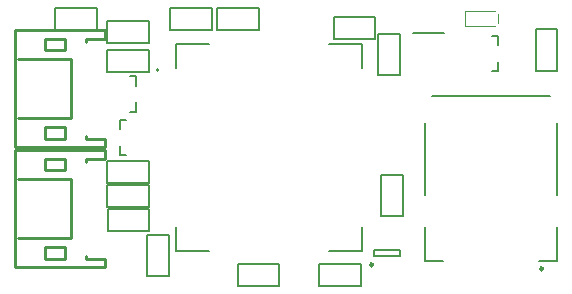
<source format=gbr>
G04*
G04 #@! TF.GenerationSoftware,Altium Limited,Altium Designer,23.0.1 (38)*
G04*
G04 Layer_Color=65535*
%FSLAX25Y25*%
%MOIN*%
G70*
G04*
G04 #@! TF.SameCoordinates,29F5B130-E819-45AE-A50E-1DD68B7551F0*
G04*
G04*
G04 #@! TF.FilePolarity,Positive*
G04*
G01*
G75*
%ADD10C,0.00787*%
%ADD11C,0.00945*%
%ADD12C,0.00984*%
%ADD13C,0.00500*%
%ADD14C,0.01000*%
%ADD15C,0.00394*%
D10*
X346189Y275402D02*
G03*
X346189Y275402I-394J0D01*
G01*
X434953Y233772D02*
Y257772D01*
X437315Y266831D02*
X476685D01*
X479047Y233772D02*
Y257772D01*
X434953Y211713D02*
Y223272D01*
Y211713D02*
X441000D01*
X473000D02*
X479047D01*
Y223272D01*
X333244Y247094D02*
X335213D01*
X333244D02*
Y250244D01*
Y258906D02*
X335213D01*
X333244Y255756D02*
Y258906D01*
X336787Y273406D02*
X338756D01*
Y270256D02*
Y273406D01*
X336787Y261595D02*
X338756D01*
Y264744D01*
X457287Y286906D02*
X459256D01*
Y283756D02*
Y286906D01*
X457287Y275095D02*
X459256D01*
Y278244D01*
X418169Y213516D02*
Y215484D01*
X426831Y213516D02*
Y215484D01*
X418169Y213516D02*
X426831D01*
X418169Y215484D02*
X426831D01*
D11*
X474272Y209173D02*
G03*
X474272Y209173I-472J0D01*
G01*
D12*
X417677Y210563D02*
G03*
X417677Y210563I-492J0D01*
G01*
D13*
X352095Y275992D02*
Y284260D01*
X363118D01*
X402882D02*
X413905D01*
Y275992D02*
Y284260D01*
X352095Y214968D02*
X363118D01*
X352095D02*
Y223236D01*
X402882Y214968D02*
X413905D01*
Y223236D01*
X419358Y273610D02*
X426642D01*
X419358Y287390D02*
X426642D01*
X419358Y273610D02*
Y287390D01*
X426642Y273610D02*
Y287390D01*
X342358Y206610D02*
X349642D01*
X342358Y220390D02*
X349642D01*
X342358Y206610D02*
Y220390D01*
X349642Y206610D02*
Y220390D01*
X399772Y210642D02*
X413551D01*
X399772Y203358D02*
X413551D01*
X399772D02*
Y210642D01*
X413551Y203358D02*
Y210642D01*
X329110Y274858D02*
X342890D01*
X329110Y282142D02*
X342890D01*
Y274858D02*
Y282142D01*
X329110Y274858D02*
Y282142D01*
Y284358D02*
Y291642D01*
X342890Y284358D02*
Y291642D01*
X329110D02*
X342890D01*
X329110Y284358D02*
X342890D01*
X372610Y203358D02*
Y210642D01*
X386390Y203358D02*
Y210642D01*
X372610D02*
X386390D01*
X372610Y203358D02*
X386390D01*
X404610Y293142D02*
X418390D01*
X404610Y285858D02*
X418390D01*
X404610D02*
Y293142D01*
X418390Y285858D02*
Y293142D01*
X420358Y226610D02*
X427642D01*
X420358Y240390D02*
X427642D01*
X420358Y226610D02*
Y240390D01*
X427642Y226610D02*
Y240390D01*
X325551Y288858D02*
Y296142D01*
X311772Y288858D02*
Y296142D01*
Y288858D02*
X325551D01*
X311772Y296142D02*
X325551D01*
X329272Y221858D02*
Y229142D01*
X343051Y221858D02*
Y229142D01*
X329272D02*
X343051D01*
X329272Y221858D02*
X343051D01*
X329110Y229858D02*
Y237142D01*
X342890Y229858D02*
Y237142D01*
X329110D02*
X342890D01*
X329110Y229858D02*
X342890D01*
X329110Y237858D02*
Y245142D01*
X342890Y237858D02*
Y245142D01*
X329110D02*
X342890D01*
X329110Y237858D02*
X342890D01*
X350110Y288858D02*
X363890D01*
X350110Y296142D02*
X363890D01*
Y288858D02*
Y296142D01*
X350110Y288858D02*
Y296142D01*
X379551Y288858D02*
Y296142D01*
X365772Y288858D02*
Y296142D01*
Y288858D02*
X379551D01*
X365772Y296142D02*
X379551D01*
X471858Y289051D02*
X479142D01*
X471858Y275272D02*
X479142D01*
Y289051D01*
X471858Y275272D02*
Y289051D01*
X431075Y287618D02*
X441311D01*
D14*
X322016Y212457D02*
X328315D01*
Y209701D02*
Y212457D01*
Y245921D02*
Y248677D01*
X322016Y245921D02*
X328315D01*
X298394Y209701D02*
Y248677D01*
Y209701D02*
X328315D01*
X298394Y248677D02*
X328315D01*
X322016Y244937D02*
Y245921D01*
Y212457D02*
Y213441D01*
X317094Y219346D02*
Y239032D01*
X299378D02*
X317094D01*
X299378Y219346D02*
X317094D01*
X315126Y241984D02*
Y245921D01*
X308236D02*
X315126D01*
X308236Y241984D02*
Y245921D01*
Y241984D02*
X315126D01*
X308236Y216394D02*
X315126D01*
X308236Y212457D02*
Y216394D01*
Y212457D02*
X315126D01*
Y216394D01*
Y252457D02*
Y256394D01*
X308236Y252457D02*
X315126D01*
X308236D02*
Y256394D01*
X315126D01*
X308236Y281984D02*
X315126D01*
X308236D02*
Y285921D01*
X315126D01*
Y281984D02*
Y285921D01*
X299378Y259347D02*
X317094D01*
X299378Y279031D02*
X317094D01*
Y259347D02*
Y279031D01*
X322016Y252457D02*
Y253441D01*
Y284937D02*
Y285921D01*
X298394Y288677D02*
X328315D01*
X298394Y249701D02*
X328315D01*
X298394Y249701D02*
Y288677D01*
X322016Y285921D02*
X328315D01*
Y288677D01*
Y249701D02*
Y252457D01*
X322016D02*
X328315D01*
D15*
X459500Y291000D02*
Y294000D01*
X448500Y290000D02*
X458500D01*
X448500Y295000D02*
X458500D01*
X448500Y290000D02*
Y295000D01*
M02*

</source>
